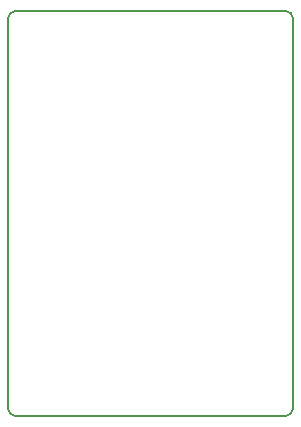
<source format=gbr>
G04 (created by PCBNEW (2012-oct-18)-testing) date Mon 29 Oct 2012 19:12:37 NZDT*
%MOIN*%
G04 Gerber Fmt 3.4, Leading zero omitted, Abs format*
%FSLAX34Y34*%
G01*
G70*
G90*
G04 APERTURE LIST*
%ADD10C,0.006*%
%ADD11C,0.00590551*%
G04 APERTURE END LIST*
G54D10*
G54D11*
X49000Y-63250D02*
G75*
G03X49250Y-63500I250J0D01*
G74*
G01*
X58250Y-63500D02*
G75*
G03X58500Y-63250I0J250D01*
G74*
G01*
X58500Y-50250D02*
G75*
G03X58250Y-50000I-250J0D01*
G74*
G01*
X49250Y-50000D02*
G75*
G03X49000Y-50250I0J-250D01*
G74*
G01*
X49000Y-50250D02*
X49000Y-63250D01*
X58250Y-50000D02*
X49250Y-50000D01*
X58500Y-63250D02*
X58500Y-50250D01*
X49250Y-63500D02*
X58250Y-63500D01*
M02*

</source>
